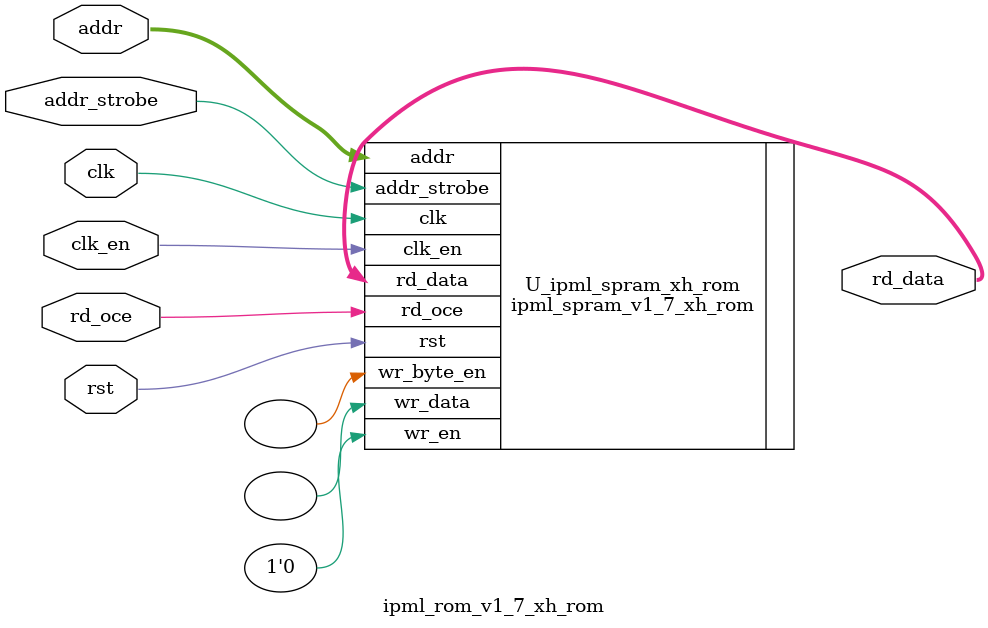
<source format=v>



module ipml_rom_v1_7_xh_rom
 #(
    parameter  c_SIM_DEVICE     = "LOGOS"      ,
    parameter  c_ADDR_WIDTH     = 10           ,           //write address width  legal value:1~20
    parameter  c_DATA_WIDTH     = 32           ,           //write data width     legal value:8~1152
    parameter  c_OUTPUT_REG     = 0            ,           //output register      legal value:1~20
    parameter  c_RD_OCE_EN      = 0            ,
    parameter  c_CLK_EN         = 0            ,
    parameter  c_ADDR_STROBE_EN = 0            ,
    parameter  c_RESET_TYPE     = "ASYNC_RESET",           //ASYNC_RESET_SYNC_RELEASE SYNC_RESET legal valve "ASYNC_RESET_SYNC_RELEASE" "SYNC_RESET" "ASYNC_RESET"
    parameter  c_POWER_OPT      = 0            ,           //0 :normal mode  1:low power mode legal value:0 or 1
    parameter  c_CLK_OR_POL_INV = 0            ,           //clk polarity invert for output register   legal value 1 or 0
    parameter  c_INIT_FILE      = "NONE"       ,           //legal value:"NONE" or "initial file name"
    parameter  c_INIT_FORMAT    = "BIN"                   //initial data format   legal valve: "bin" or "hex"

 )
  (

    input  wire [c_ADDR_WIDTH-1 : 0]  addr        ,
    output wire [c_DATA_WIDTH-1 : 0]  rd_data     ,
    input  wire                       clk         ,
    input  wire                       clk_en      ,
    input  wire                       addr_strobe ,
    input  wire                       rst         ,
    input  wire                       rd_oce
  );

//**********************************************************************************************************************************************

//main code
//*************************************************************************************************************************************
//inner variables

ipml_spram_v1_7_xh_rom
 #(
    .c_SIM_DEVICE     (c_SIM_DEVICE),
    .c_ADDR_WIDTH     (c_ADDR_WIDTH),           //write address width  legal value:1~20
    .c_DATA_WIDTH     (c_DATA_WIDTH),           //write data width     legal value:8~1152
    .c_OUTPUT_REG     (c_OUTPUT_REG),           //output register      legal value:1~20
    .c_RD_OCE_EN      (c_RD_OCE_EN),
    .c_ADDR_STROBE_EN (c_ADDR_STROBE_EN),
    .c_CLK_EN         (c_CLK_EN),
    .c_RESET_TYPE     (c_RESET_TYPE),           //legal valve "ASYNC_RESET_SYNC_RELEASE" "SYNC_RESET" "ASYNC_RESET"
    .c_POWER_OPT      (c_POWER_OPT),            //0 :normal mode  1:low power mode legal value:0 or 1
    .c_CLK_OR_POL_INV (c_CLK_OR_POL_INV),       //clk polarity invert for output register legal value 1 or 0
    .c_INIT_FILE      (c_INIT_FILE),            //legal value:"NONE" or "initial file name"
    .c_INIT_FORMAT    (c_INIT_FORMAT),          //initial data format   legal valve: "bin" or "hex"
    .c_WR_BYTE_EN     (0),                      //byte write enable    legal value: 0 or 1
    .c_BE_WIDTH       (1),                      //byte width legal value: 1~128
    .c_RAM_MODE       ("ROM"),
    .c_WRITE_MODE     ("NORMAL_WRITE")          //global reset enable  legal value 0 or 1
 )  U_ipml_spram_xh_rom                       //"NORMAL_WRITE"; // TRANSPARENT_WRITE READ_BEFORE_WRITE
  (

    .addr        (addr),
    .wr_data     (),
    .rd_data     (rd_data),
    .wr_en       (1'b0),
    .clk         (clk),
    .clk_en      (clk_en),
    .addr_strobe (addr_strobe),
    .rst         (rst),
    .wr_byte_en  (),
    .rd_oce      (rd_oce)
  );


endmodule


</source>
